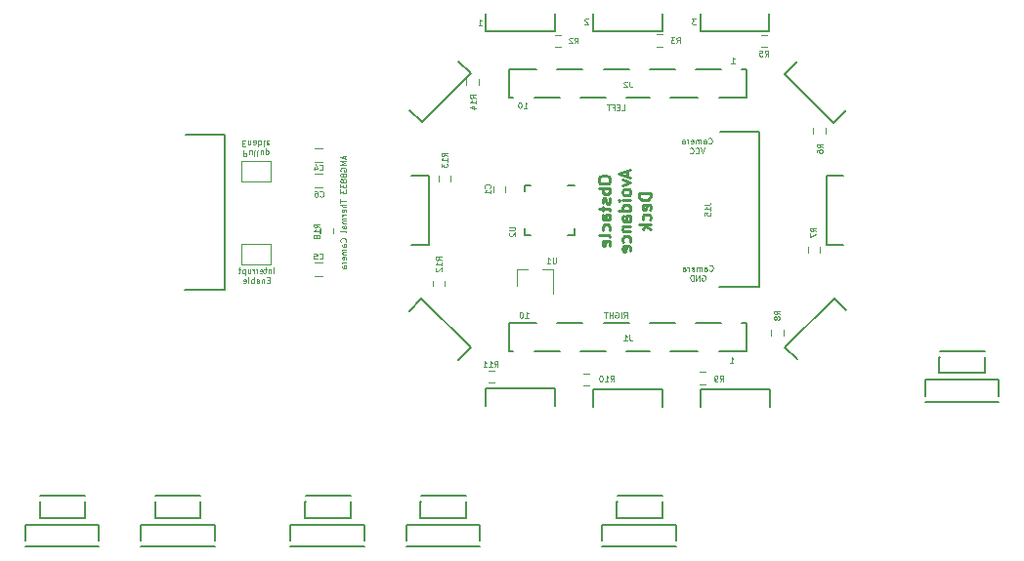
<source format=gbo>
G04 #@! TF.FileFunction,Legend,Bot*
%FSLAX46Y46*%
G04 Gerber Fmt 4.6, Leading zero omitted, Abs format (unit mm)*
G04 Created by KiCad (PCBNEW 4.0.7-e2-6376~58~ubuntu16.04.1) date Fri Aug  3 14:44:38 2018*
%MOMM*%
%LPD*%
G01*
G04 APERTURE LIST*
%ADD10C,0.100000*%
%ADD11C,0.125000*%
%ADD12C,0.250000*%
%ADD13C,0.200000*%
%ADD14C,0.150000*%
%ADD15C,0.120000*%
G04 APERTURE END LIST*
D10*
D11*
X114458333Y-92305954D02*
X114458333Y-92544049D01*
X114601190Y-92258335D02*
X114101190Y-92425002D01*
X114601190Y-92591668D01*
X114601190Y-92758335D02*
X114101190Y-92758335D01*
X114458333Y-92925001D01*
X114101190Y-93091668D01*
X114601190Y-93091668D01*
X114125000Y-93591668D02*
X114101190Y-93544049D01*
X114101190Y-93472621D01*
X114125000Y-93401192D01*
X114172619Y-93353573D01*
X114220238Y-93329764D01*
X114315476Y-93305954D01*
X114386905Y-93305954D01*
X114482143Y-93329764D01*
X114529762Y-93353573D01*
X114577381Y-93401192D01*
X114601190Y-93472621D01*
X114601190Y-93520240D01*
X114577381Y-93591668D01*
X114553571Y-93615478D01*
X114386905Y-93615478D01*
X114386905Y-93520240D01*
X114315476Y-93901192D02*
X114291667Y-93853573D01*
X114267857Y-93829764D01*
X114220238Y-93805954D01*
X114196429Y-93805954D01*
X114148810Y-93829764D01*
X114125000Y-93853573D01*
X114101190Y-93901192D01*
X114101190Y-93996430D01*
X114125000Y-94044049D01*
X114148810Y-94067859D01*
X114196429Y-94091668D01*
X114220238Y-94091668D01*
X114267857Y-94067859D01*
X114291667Y-94044049D01*
X114315476Y-93996430D01*
X114315476Y-93901192D01*
X114339286Y-93853573D01*
X114363095Y-93829764D01*
X114410714Y-93805954D01*
X114505952Y-93805954D01*
X114553571Y-93829764D01*
X114577381Y-93853573D01*
X114601190Y-93901192D01*
X114601190Y-93996430D01*
X114577381Y-94044049D01*
X114553571Y-94067859D01*
X114505952Y-94091668D01*
X114410714Y-94091668D01*
X114363095Y-94067859D01*
X114339286Y-94044049D01*
X114315476Y-93996430D01*
X114315476Y-94377382D02*
X114291667Y-94329763D01*
X114267857Y-94305954D01*
X114220238Y-94282144D01*
X114196429Y-94282144D01*
X114148810Y-94305954D01*
X114125000Y-94329763D01*
X114101190Y-94377382D01*
X114101190Y-94472620D01*
X114125000Y-94520239D01*
X114148810Y-94544049D01*
X114196429Y-94567858D01*
X114220238Y-94567858D01*
X114267857Y-94544049D01*
X114291667Y-94520239D01*
X114315476Y-94472620D01*
X114315476Y-94377382D01*
X114339286Y-94329763D01*
X114363095Y-94305954D01*
X114410714Y-94282144D01*
X114505952Y-94282144D01*
X114553571Y-94305954D01*
X114577381Y-94329763D01*
X114601190Y-94377382D01*
X114601190Y-94472620D01*
X114577381Y-94520239D01*
X114553571Y-94544049D01*
X114505952Y-94567858D01*
X114410714Y-94567858D01*
X114363095Y-94544049D01*
X114339286Y-94520239D01*
X114315476Y-94472620D01*
X114101190Y-94734525D02*
X114101190Y-95044048D01*
X114291667Y-94877382D01*
X114291667Y-94948810D01*
X114315476Y-94996429D01*
X114339286Y-95020239D01*
X114386905Y-95044048D01*
X114505952Y-95044048D01*
X114553571Y-95020239D01*
X114577381Y-94996429D01*
X114601190Y-94948810D01*
X114601190Y-94805953D01*
X114577381Y-94758334D01*
X114553571Y-94734525D01*
X114101190Y-95210715D02*
X114101190Y-95520238D01*
X114291667Y-95353572D01*
X114291667Y-95425000D01*
X114315476Y-95472619D01*
X114339286Y-95496429D01*
X114386905Y-95520238D01*
X114505952Y-95520238D01*
X114553571Y-95496429D01*
X114577381Y-95472619D01*
X114601190Y-95425000D01*
X114601190Y-95282143D01*
X114577381Y-95234524D01*
X114553571Y-95210715D01*
X114101190Y-96044047D02*
X114101190Y-96329761D01*
X114601190Y-96186904D02*
X114101190Y-96186904D01*
X114601190Y-96496428D02*
X114101190Y-96496428D01*
X114601190Y-96710713D02*
X114339286Y-96710713D01*
X114291667Y-96686904D01*
X114267857Y-96639285D01*
X114267857Y-96567856D01*
X114291667Y-96520237D01*
X114315476Y-96496428D01*
X114577381Y-97139285D02*
X114601190Y-97091666D01*
X114601190Y-96996428D01*
X114577381Y-96948809D01*
X114529762Y-96924999D01*
X114339286Y-96924999D01*
X114291667Y-96948809D01*
X114267857Y-96996428D01*
X114267857Y-97091666D01*
X114291667Y-97139285D01*
X114339286Y-97163094D01*
X114386905Y-97163094D01*
X114434524Y-96924999D01*
X114601190Y-97377380D02*
X114267857Y-97377380D01*
X114363095Y-97377380D02*
X114315476Y-97401189D01*
X114291667Y-97424999D01*
X114267857Y-97472618D01*
X114267857Y-97520237D01*
X114601190Y-97686904D02*
X114267857Y-97686904D01*
X114315476Y-97686904D02*
X114291667Y-97710713D01*
X114267857Y-97758332D01*
X114267857Y-97829761D01*
X114291667Y-97877380D01*
X114339286Y-97901189D01*
X114601190Y-97901189D01*
X114339286Y-97901189D02*
X114291667Y-97924999D01*
X114267857Y-97972618D01*
X114267857Y-98044046D01*
X114291667Y-98091666D01*
X114339286Y-98115475D01*
X114601190Y-98115475D01*
X114601190Y-98567856D02*
X114339286Y-98567856D01*
X114291667Y-98544047D01*
X114267857Y-98496428D01*
X114267857Y-98401190D01*
X114291667Y-98353571D01*
X114577381Y-98567856D02*
X114601190Y-98520237D01*
X114601190Y-98401190D01*
X114577381Y-98353571D01*
X114529762Y-98329761D01*
X114482143Y-98329761D01*
X114434524Y-98353571D01*
X114410714Y-98401190D01*
X114410714Y-98520237D01*
X114386905Y-98567856D01*
X114601190Y-98877380D02*
X114577381Y-98829761D01*
X114529762Y-98805952D01*
X114101190Y-98805952D01*
X114553571Y-99734523D02*
X114577381Y-99710713D01*
X114601190Y-99639285D01*
X114601190Y-99591666D01*
X114577381Y-99520237D01*
X114529762Y-99472618D01*
X114482143Y-99448809D01*
X114386905Y-99424999D01*
X114315476Y-99424999D01*
X114220238Y-99448809D01*
X114172619Y-99472618D01*
X114125000Y-99520237D01*
X114101190Y-99591666D01*
X114101190Y-99639285D01*
X114125000Y-99710713D01*
X114148810Y-99734523D01*
X114601190Y-100163094D02*
X114339286Y-100163094D01*
X114291667Y-100139285D01*
X114267857Y-100091666D01*
X114267857Y-99996428D01*
X114291667Y-99948809D01*
X114577381Y-100163094D02*
X114601190Y-100115475D01*
X114601190Y-99996428D01*
X114577381Y-99948809D01*
X114529762Y-99924999D01*
X114482143Y-99924999D01*
X114434524Y-99948809D01*
X114410714Y-99996428D01*
X114410714Y-100115475D01*
X114386905Y-100163094D01*
X114601190Y-100401190D02*
X114267857Y-100401190D01*
X114315476Y-100401190D02*
X114291667Y-100424999D01*
X114267857Y-100472618D01*
X114267857Y-100544047D01*
X114291667Y-100591666D01*
X114339286Y-100615475D01*
X114601190Y-100615475D01*
X114339286Y-100615475D02*
X114291667Y-100639285D01*
X114267857Y-100686904D01*
X114267857Y-100758332D01*
X114291667Y-100805952D01*
X114339286Y-100829761D01*
X114601190Y-100829761D01*
X114577381Y-101258333D02*
X114601190Y-101210714D01*
X114601190Y-101115476D01*
X114577381Y-101067857D01*
X114529762Y-101044047D01*
X114339286Y-101044047D01*
X114291667Y-101067857D01*
X114267857Y-101115476D01*
X114267857Y-101210714D01*
X114291667Y-101258333D01*
X114339286Y-101282142D01*
X114386905Y-101282142D01*
X114434524Y-101044047D01*
X114601190Y-101496428D02*
X114267857Y-101496428D01*
X114363095Y-101496428D02*
X114315476Y-101520237D01*
X114291667Y-101544047D01*
X114267857Y-101591666D01*
X114267857Y-101639285D01*
X114601190Y-102020237D02*
X114339286Y-102020237D01*
X114291667Y-101996428D01*
X114267857Y-101948809D01*
X114267857Y-101853571D01*
X114291667Y-101805952D01*
X114577381Y-102020237D02*
X114601190Y-101972618D01*
X114601190Y-101853571D01*
X114577381Y-101805952D01*
X114529762Y-101782142D01*
X114482143Y-101782142D01*
X114434524Y-101805952D01*
X114410714Y-101853571D01*
X114410714Y-101972618D01*
X114386905Y-102020237D01*
D10*
X105703572Y-91798810D02*
X105703572Y-92298810D01*
X105894048Y-92298810D01*
X105941667Y-92275000D01*
X105965476Y-92251190D01*
X105989286Y-92203571D01*
X105989286Y-92132143D01*
X105965476Y-92084524D01*
X105941667Y-92060714D01*
X105894048Y-92036905D01*
X105703572Y-92036905D01*
X106417857Y-92132143D02*
X106417857Y-91798810D01*
X106203572Y-92132143D02*
X106203572Y-91870238D01*
X106227381Y-91822619D01*
X106275000Y-91798810D01*
X106346429Y-91798810D01*
X106394048Y-91822619D01*
X106417857Y-91846429D01*
X106727381Y-91798810D02*
X106679762Y-91822619D01*
X106655953Y-91870238D01*
X106655953Y-92298810D01*
X106989286Y-91798810D02*
X106941667Y-91822619D01*
X106917858Y-91870238D01*
X106917858Y-92298810D01*
X107394048Y-92132143D02*
X107394048Y-91798810D01*
X107179763Y-92132143D02*
X107179763Y-91870238D01*
X107203572Y-91822619D01*
X107251191Y-91798810D01*
X107322620Y-91798810D01*
X107370239Y-91822619D01*
X107394048Y-91846429D01*
X107632144Y-92132143D02*
X107632144Y-91632143D01*
X107632144Y-92108333D02*
X107679763Y-92132143D01*
X107775001Y-92132143D01*
X107822620Y-92108333D01*
X107846429Y-92084524D01*
X107870239Y-92036905D01*
X107870239Y-91894048D01*
X107846429Y-91846429D01*
X107822620Y-91822619D01*
X107775001Y-91798810D01*
X107679763Y-91798810D01*
X107632144Y-91822619D01*
X105644048Y-91210714D02*
X105810714Y-91210714D01*
X105882143Y-90948810D02*
X105644048Y-90948810D01*
X105644048Y-91448810D01*
X105882143Y-91448810D01*
X106096429Y-91282143D02*
X106096429Y-90948810D01*
X106096429Y-91234524D02*
X106120238Y-91258333D01*
X106167857Y-91282143D01*
X106239286Y-91282143D01*
X106286905Y-91258333D01*
X106310714Y-91210714D01*
X106310714Y-90948810D01*
X106763095Y-90948810D02*
X106763095Y-91210714D01*
X106739286Y-91258333D01*
X106691667Y-91282143D01*
X106596429Y-91282143D01*
X106548810Y-91258333D01*
X106763095Y-90972619D02*
X106715476Y-90948810D01*
X106596429Y-90948810D01*
X106548810Y-90972619D01*
X106525000Y-91020238D01*
X106525000Y-91067857D01*
X106548810Y-91115476D01*
X106596429Y-91139286D01*
X106715476Y-91139286D01*
X106763095Y-91163095D01*
X107001191Y-90948810D02*
X107001191Y-91448810D01*
X107001191Y-91258333D02*
X107048810Y-91282143D01*
X107144048Y-91282143D01*
X107191667Y-91258333D01*
X107215476Y-91234524D01*
X107239286Y-91186905D01*
X107239286Y-91044048D01*
X107215476Y-90996429D01*
X107191667Y-90972619D01*
X107144048Y-90948810D01*
X107048810Y-90948810D01*
X107001191Y-90972619D01*
X107525000Y-90948810D02*
X107477381Y-90972619D01*
X107453572Y-91020238D01*
X107453572Y-91448810D01*
X107905953Y-90972619D02*
X107858334Y-90948810D01*
X107763096Y-90948810D01*
X107715477Y-90972619D01*
X107691667Y-91020238D01*
X107691667Y-91210714D01*
X107715477Y-91258333D01*
X107763096Y-91282143D01*
X107858334Y-91282143D01*
X107905953Y-91258333D01*
X107929762Y-91210714D01*
X107929762Y-91163095D01*
X107691667Y-91115476D01*
X108313094Y-102476190D02*
X108313094Y-101976190D01*
X108074999Y-102142857D02*
X108074999Y-102476190D01*
X108074999Y-102190476D02*
X108051190Y-102166667D01*
X108003571Y-102142857D01*
X107932142Y-102142857D01*
X107884523Y-102166667D01*
X107860714Y-102214286D01*
X107860714Y-102476190D01*
X107694047Y-102142857D02*
X107503571Y-102142857D01*
X107622618Y-101976190D02*
X107622618Y-102404762D01*
X107598809Y-102452381D01*
X107551190Y-102476190D01*
X107503571Y-102476190D01*
X107146428Y-102452381D02*
X107194047Y-102476190D01*
X107289285Y-102476190D01*
X107336904Y-102452381D01*
X107360714Y-102404762D01*
X107360714Y-102214286D01*
X107336904Y-102166667D01*
X107289285Y-102142857D01*
X107194047Y-102142857D01*
X107146428Y-102166667D01*
X107122619Y-102214286D01*
X107122619Y-102261905D01*
X107360714Y-102309524D01*
X106908333Y-102476190D02*
X106908333Y-102142857D01*
X106908333Y-102238095D02*
X106884524Y-102190476D01*
X106860714Y-102166667D01*
X106813095Y-102142857D01*
X106765476Y-102142857D01*
X106598809Y-102476190D02*
X106598809Y-102142857D01*
X106598809Y-102238095D02*
X106575000Y-102190476D01*
X106551190Y-102166667D01*
X106503571Y-102142857D01*
X106455952Y-102142857D01*
X106075000Y-102142857D02*
X106075000Y-102476190D01*
X106289285Y-102142857D02*
X106289285Y-102404762D01*
X106265476Y-102452381D01*
X106217857Y-102476190D01*
X106146428Y-102476190D01*
X106098809Y-102452381D01*
X106075000Y-102428571D01*
X105836904Y-102142857D02*
X105836904Y-102642857D01*
X105836904Y-102166667D02*
X105789285Y-102142857D01*
X105694047Y-102142857D01*
X105646428Y-102166667D01*
X105622619Y-102190476D01*
X105598809Y-102238095D01*
X105598809Y-102380952D01*
X105622619Y-102428571D01*
X105646428Y-102452381D01*
X105694047Y-102476190D01*
X105789285Y-102476190D01*
X105836904Y-102452381D01*
X105455952Y-102142857D02*
X105265476Y-102142857D01*
X105384523Y-101976190D02*
X105384523Y-102404762D01*
X105360714Y-102452381D01*
X105313095Y-102476190D01*
X105265476Y-102476190D01*
X107955952Y-103064286D02*
X107789286Y-103064286D01*
X107717857Y-103326190D02*
X107955952Y-103326190D01*
X107955952Y-102826190D01*
X107717857Y-102826190D01*
X107503571Y-102992857D02*
X107503571Y-103326190D01*
X107503571Y-103040476D02*
X107479762Y-103016667D01*
X107432143Y-102992857D01*
X107360714Y-102992857D01*
X107313095Y-103016667D01*
X107289286Y-103064286D01*
X107289286Y-103326190D01*
X106836905Y-103326190D02*
X106836905Y-103064286D01*
X106860714Y-103016667D01*
X106908333Y-102992857D01*
X107003571Y-102992857D01*
X107051190Y-103016667D01*
X106836905Y-103302381D02*
X106884524Y-103326190D01*
X107003571Y-103326190D01*
X107051190Y-103302381D01*
X107075000Y-103254762D01*
X107075000Y-103207143D01*
X107051190Y-103159524D01*
X107003571Y-103135714D01*
X106884524Y-103135714D01*
X106836905Y-103111905D01*
X106598809Y-103326190D02*
X106598809Y-102826190D01*
X106598809Y-103016667D02*
X106551190Y-102992857D01*
X106455952Y-102992857D01*
X106408333Y-103016667D01*
X106384524Y-103040476D01*
X106360714Y-103088095D01*
X106360714Y-103230952D01*
X106384524Y-103278571D01*
X106408333Y-103302381D01*
X106455952Y-103326190D01*
X106551190Y-103326190D01*
X106598809Y-103302381D01*
X106075000Y-103326190D02*
X106122619Y-103302381D01*
X106146428Y-103254762D01*
X106146428Y-102826190D01*
X105694047Y-103302381D02*
X105741666Y-103326190D01*
X105836904Y-103326190D01*
X105884523Y-103302381D01*
X105908333Y-103254762D01*
X105908333Y-103064286D01*
X105884523Y-103016667D01*
X105836904Y-102992857D01*
X105741666Y-102992857D01*
X105694047Y-103016667D01*
X105670238Y-103064286D01*
X105670238Y-103111905D01*
X105908333Y-103159524D01*
D11*
X144891666Y-80376190D02*
X144582143Y-80376190D01*
X144748809Y-80566667D01*
X144677381Y-80566667D01*
X144629762Y-80590476D01*
X144605952Y-80614286D01*
X144582143Y-80661905D01*
X144582143Y-80780952D01*
X144605952Y-80828571D01*
X144629762Y-80852381D01*
X144677381Y-80876190D01*
X144820238Y-80876190D01*
X144867857Y-80852381D01*
X144891666Y-80828571D01*
X135567857Y-80398810D02*
X135544047Y-80375000D01*
X135496428Y-80351190D01*
X135377381Y-80351190D01*
X135329762Y-80375000D01*
X135305952Y-80398810D01*
X135282143Y-80446429D01*
X135282143Y-80494048D01*
X135305952Y-80565476D01*
X135591666Y-80851190D01*
X135282143Y-80851190D01*
X126082143Y-80926190D02*
X126367857Y-80926190D01*
X126225000Y-80926190D02*
X126225000Y-80426190D01*
X126272619Y-80497619D01*
X126320238Y-80545238D01*
X126367857Y-80569048D01*
D12*
X136477381Y-94265475D02*
X136477381Y-94455952D01*
X136525000Y-94551190D01*
X136620238Y-94646428D01*
X136810714Y-94694047D01*
X137144048Y-94694047D01*
X137334524Y-94646428D01*
X137429762Y-94551190D01*
X137477381Y-94455952D01*
X137477381Y-94265475D01*
X137429762Y-94170237D01*
X137334524Y-94074999D01*
X137144048Y-94027380D01*
X136810714Y-94027380D01*
X136620238Y-94074999D01*
X136525000Y-94170237D01*
X136477381Y-94265475D01*
X137477381Y-95122618D02*
X136477381Y-95122618D01*
X136858333Y-95122618D02*
X136810714Y-95217856D01*
X136810714Y-95408333D01*
X136858333Y-95503571D01*
X136905952Y-95551190D01*
X137001190Y-95598809D01*
X137286905Y-95598809D01*
X137382143Y-95551190D01*
X137429762Y-95503571D01*
X137477381Y-95408333D01*
X137477381Y-95217856D01*
X137429762Y-95122618D01*
X137429762Y-95979761D02*
X137477381Y-96074999D01*
X137477381Y-96265475D01*
X137429762Y-96360714D01*
X137334524Y-96408333D01*
X137286905Y-96408333D01*
X137191667Y-96360714D01*
X137144048Y-96265475D01*
X137144048Y-96122618D01*
X137096429Y-96027380D01*
X137001190Y-95979761D01*
X136953571Y-95979761D01*
X136858333Y-96027380D01*
X136810714Y-96122618D01*
X136810714Y-96265475D01*
X136858333Y-96360714D01*
X136810714Y-96694047D02*
X136810714Y-97074999D01*
X136477381Y-96836904D02*
X137334524Y-96836904D01*
X137429762Y-96884523D01*
X137477381Y-96979761D01*
X137477381Y-97074999D01*
X137477381Y-97836905D02*
X136953571Y-97836905D01*
X136858333Y-97789286D01*
X136810714Y-97694048D01*
X136810714Y-97503571D01*
X136858333Y-97408333D01*
X137429762Y-97836905D02*
X137477381Y-97741667D01*
X137477381Y-97503571D01*
X137429762Y-97408333D01*
X137334524Y-97360714D01*
X137239286Y-97360714D01*
X137144048Y-97408333D01*
X137096429Y-97503571D01*
X137096429Y-97741667D01*
X137048810Y-97836905D01*
X137429762Y-98741667D02*
X137477381Y-98646429D01*
X137477381Y-98455952D01*
X137429762Y-98360714D01*
X137382143Y-98313095D01*
X137286905Y-98265476D01*
X137001190Y-98265476D01*
X136905952Y-98313095D01*
X136858333Y-98360714D01*
X136810714Y-98455952D01*
X136810714Y-98646429D01*
X136858333Y-98741667D01*
X137477381Y-99313095D02*
X137429762Y-99217857D01*
X137334524Y-99170238D01*
X136477381Y-99170238D01*
X137429762Y-100075001D02*
X137477381Y-99979763D01*
X137477381Y-99789286D01*
X137429762Y-99694048D01*
X137334524Y-99646429D01*
X136953571Y-99646429D01*
X136858333Y-99694048D01*
X136810714Y-99789286D01*
X136810714Y-99979763D01*
X136858333Y-100075001D01*
X136953571Y-100122620D01*
X137048810Y-100122620D01*
X137144048Y-99646429D01*
X138941667Y-93551190D02*
X138941667Y-94027381D01*
X139227381Y-93455952D02*
X138227381Y-93789285D01*
X139227381Y-94122619D01*
X138560714Y-94360714D02*
X139227381Y-94598809D01*
X138560714Y-94836905D01*
X139227381Y-95360714D02*
X139179762Y-95265476D01*
X139132143Y-95217857D01*
X139036905Y-95170238D01*
X138751190Y-95170238D01*
X138655952Y-95217857D01*
X138608333Y-95265476D01*
X138560714Y-95360714D01*
X138560714Y-95503572D01*
X138608333Y-95598810D01*
X138655952Y-95646429D01*
X138751190Y-95694048D01*
X139036905Y-95694048D01*
X139132143Y-95646429D01*
X139179762Y-95598810D01*
X139227381Y-95503572D01*
X139227381Y-95360714D01*
X139227381Y-96122619D02*
X138560714Y-96122619D01*
X138227381Y-96122619D02*
X138275000Y-96075000D01*
X138322619Y-96122619D01*
X138275000Y-96170238D01*
X138227381Y-96122619D01*
X138322619Y-96122619D01*
X139227381Y-97027381D02*
X138227381Y-97027381D01*
X139179762Y-97027381D02*
X139227381Y-96932143D01*
X139227381Y-96741666D01*
X139179762Y-96646428D01*
X139132143Y-96598809D01*
X139036905Y-96551190D01*
X138751190Y-96551190D01*
X138655952Y-96598809D01*
X138608333Y-96646428D01*
X138560714Y-96741666D01*
X138560714Y-96932143D01*
X138608333Y-97027381D01*
X139227381Y-97932143D02*
X138703571Y-97932143D01*
X138608333Y-97884524D01*
X138560714Y-97789286D01*
X138560714Y-97598809D01*
X138608333Y-97503571D01*
X139179762Y-97932143D02*
X139227381Y-97836905D01*
X139227381Y-97598809D01*
X139179762Y-97503571D01*
X139084524Y-97455952D01*
X138989286Y-97455952D01*
X138894048Y-97503571D01*
X138846429Y-97598809D01*
X138846429Y-97836905D01*
X138798810Y-97932143D01*
X138560714Y-98408333D02*
X139227381Y-98408333D01*
X138655952Y-98408333D02*
X138608333Y-98455952D01*
X138560714Y-98551190D01*
X138560714Y-98694048D01*
X138608333Y-98789286D01*
X138703571Y-98836905D01*
X139227381Y-98836905D01*
X139179762Y-99741667D02*
X139227381Y-99646429D01*
X139227381Y-99455952D01*
X139179762Y-99360714D01*
X139132143Y-99313095D01*
X139036905Y-99265476D01*
X138751190Y-99265476D01*
X138655952Y-99313095D01*
X138608333Y-99360714D01*
X138560714Y-99455952D01*
X138560714Y-99646429D01*
X138608333Y-99741667D01*
X139179762Y-100551191D02*
X139227381Y-100455953D01*
X139227381Y-100265476D01*
X139179762Y-100170238D01*
X139084524Y-100122619D01*
X138703571Y-100122619D01*
X138608333Y-100170238D01*
X138560714Y-100265476D01*
X138560714Y-100455953D01*
X138608333Y-100551191D01*
X138703571Y-100598810D01*
X138798810Y-100598810D01*
X138894048Y-100122619D01*
X140977381Y-95551190D02*
X139977381Y-95551190D01*
X139977381Y-95789285D01*
X140025000Y-95932143D01*
X140120238Y-96027381D01*
X140215476Y-96075000D01*
X140405952Y-96122619D01*
X140548810Y-96122619D01*
X140739286Y-96075000D01*
X140834524Y-96027381D01*
X140929762Y-95932143D01*
X140977381Y-95789285D01*
X140977381Y-95551190D01*
X140929762Y-96932143D02*
X140977381Y-96836905D01*
X140977381Y-96646428D01*
X140929762Y-96551190D01*
X140834524Y-96503571D01*
X140453571Y-96503571D01*
X140358333Y-96551190D01*
X140310714Y-96646428D01*
X140310714Y-96836905D01*
X140358333Y-96932143D01*
X140453571Y-96979762D01*
X140548810Y-96979762D01*
X140644048Y-96503571D01*
X140929762Y-97836905D02*
X140977381Y-97741667D01*
X140977381Y-97551190D01*
X140929762Y-97455952D01*
X140882143Y-97408333D01*
X140786905Y-97360714D01*
X140501190Y-97360714D01*
X140405952Y-97408333D01*
X140358333Y-97455952D01*
X140310714Y-97551190D01*
X140310714Y-97741667D01*
X140358333Y-97836905D01*
X140977381Y-98265476D02*
X139977381Y-98265476D01*
X140596429Y-98360714D02*
X140977381Y-98646429D01*
X140310714Y-98646429D02*
X140691667Y-98265476D01*
D10*
X146000000Y-91178571D02*
X146023810Y-91202381D01*
X146095238Y-91226190D01*
X146142857Y-91226190D01*
X146214286Y-91202381D01*
X146261905Y-91154762D01*
X146285714Y-91107143D01*
X146309524Y-91011905D01*
X146309524Y-90940476D01*
X146285714Y-90845238D01*
X146261905Y-90797619D01*
X146214286Y-90750000D01*
X146142857Y-90726190D01*
X146095238Y-90726190D01*
X146023810Y-90750000D01*
X146000000Y-90773810D01*
X145571429Y-91226190D02*
X145571429Y-90964286D01*
X145595238Y-90916667D01*
X145642857Y-90892857D01*
X145738095Y-90892857D01*
X145785714Y-90916667D01*
X145571429Y-91202381D02*
X145619048Y-91226190D01*
X145738095Y-91226190D01*
X145785714Y-91202381D01*
X145809524Y-91154762D01*
X145809524Y-91107143D01*
X145785714Y-91059524D01*
X145738095Y-91035714D01*
X145619048Y-91035714D01*
X145571429Y-91011905D01*
X145333333Y-91226190D02*
X145333333Y-90892857D01*
X145333333Y-90940476D02*
X145309524Y-90916667D01*
X145261905Y-90892857D01*
X145190476Y-90892857D01*
X145142857Y-90916667D01*
X145119048Y-90964286D01*
X145119048Y-91226190D01*
X145119048Y-90964286D02*
X145095238Y-90916667D01*
X145047619Y-90892857D01*
X144976191Y-90892857D01*
X144928571Y-90916667D01*
X144904762Y-90964286D01*
X144904762Y-91226190D01*
X144476190Y-91202381D02*
X144523809Y-91226190D01*
X144619047Y-91226190D01*
X144666666Y-91202381D01*
X144690476Y-91154762D01*
X144690476Y-90964286D01*
X144666666Y-90916667D01*
X144619047Y-90892857D01*
X144523809Y-90892857D01*
X144476190Y-90916667D01*
X144452381Y-90964286D01*
X144452381Y-91011905D01*
X144690476Y-91059524D01*
X144238095Y-91226190D02*
X144238095Y-90892857D01*
X144238095Y-90988095D02*
X144214286Y-90940476D01*
X144190476Y-90916667D01*
X144142857Y-90892857D01*
X144095238Y-90892857D01*
X143714286Y-91226190D02*
X143714286Y-90964286D01*
X143738095Y-90916667D01*
X143785714Y-90892857D01*
X143880952Y-90892857D01*
X143928571Y-90916667D01*
X143714286Y-91202381D02*
X143761905Y-91226190D01*
X143880952Y-91226190D01*
X143928571Y-91202381D01*
X143952381Y-91154762D01*
X143952381Y-91107143D01*
X143928571Y-91059524D01*
X143880952Y-91035714D01*
X143761905Y-91035714D01*
X143714286Y-91011905D01*
X145666666Y-91576190D02*
X145499999Y-92076190D01*
X145333333Y-91576190D01*
X144880952Y-92028571D02*
X144904762Y-92052381D01*
X144976190Y-92076190D01*
X145023809Y-92076190D01*
X145095238Y-92052381D01*
X145142857Y-92004762D01*
X145166666Y-91957143D01*
X145190476Y-91861905D01*
X145190476Y-91790476D01*
X145166666Y-91695238D01*
X145142857Y-91647619D01*
X145095238Y-91600000D01*
X145023809Y-91576190D01*
X144976190Y-91576190D01*
X144904762Y-91600000D01*
X144880952Y-91623810D01*
X144380952Y-92028571D02*
X144404762Y-92052381D01*
X144476190Y-92076190D01*
X144523809Y-92076190D01*
X144595238Y-92052381D01*
X144642857Y-92004762D01*
X144666666Y-91957143D01*
X144690476Y-91861905D01*
X144690476Y-91790476D01*
X144666666Y-91695238D01*
X144642857Y-91647619D01*
X144595238Y-91600000D01*
X144523809Y-91576190D01*
X144476190Y-91576190D01*
X144404762Y-91600000D01*
X144380952Y-91623810D01*
X146075000Y-102203571D02*
X146098810Y-102227381D01*
X146170238Y-102251190D01*
X146217857Y-102251190D01*
X146289286Y-102227381D01*
X146336905Y-102179762D01*
X146360714Y-102132143D01*
X146384524Y-102036905D01*
X146384524Y-101965476D01*
X146360714Y-101870238D01*
X146336905Y-101822619D01*
X146289286Y-101775000D01*
X146217857Y-101751190D01*
X146170238Y-101751190D01*
X146098810Y-101775000D01*
X146075000Y-101798810D01*
X145646429Y-102251190D02*
X145646429Y-101989286D01*
X145670238Y-101941667D01*
X145717857Y-101917857D01*
X145813095Y-101917857D01*
X145860714Y-101941667D01*
X145646429Y-102227381D02*
X145694048Y-102251190D01*
X145813095Y-102251190D01*
X145860714Y-102227381D01*
X145884524Y-102179762D01*
X145884524Y-102132143D01*
X145860714Y-102084524D01*
X145813095Y-102060714D01*
X145694048Y-102060714D01*
X145646429Y-102036905D01*
X145408333Y-102251190D02*
X145408333Y-101917857D01*
X145408333Y-101965476D02*
X145384524Y-101941667D01*
X145336905Y-101917857D01*
X145265476Y-101917857D01*
X145217857Y-101941667D01*
X145194048Y-101989286D01*
X145194048Y-102251190D01*
X145194048Y-101989286D02*
X145170238Y-101941667D01*
X145122619Y-101917857D01*
X145051191Y-101917857D01*
X145003571Y-101941667D01*
X144979762Y-101989286D01*
X144979762Y-102251190D01*
X144551190Y-102227381D02*
X144598809Y-102251190D01*
X144694047Y-102251190D01*
X144741666Y-102227381D01*
X144765476Y-102179762D01*
X144765476Y-101989286D01*
X144741666Y-101941667D01*
X144694047Y-101917857D01*
X144598809Y-101917857D01*
X144551190Y-101941667D01*
X144527381Y-101989286D01*
X144527381Y-102036905D01*
X144765476Y-102084524D01*
X144313095Y-102251190D02*
X144313095Y-101917857D01*
X144313095Y-102013095D02*
X144289286Y-101965476D01*
X144265476Y-101941667D01*
X144217857Y-101917857D01*
X144170238Y-101917857D01*
X143789286Y-102251190D02*
X143789286Y-101989286D01*
X143813095Y-101941667D01*
X143860714Y-101917857D01*
X143955952Y-101917857D01*
X144003571Y-101941667D01*
X143789286Y-102227381D02*
X143836905Y-102251190D01*
X143955952Y-102251190D01*
X144003571Y-102227381D01*
X144027381Y-102179762D01*
X144027381Y-102132143D01*
X144003571Y-102084524D01*
X143955952Y-102060714D01*
X143836905Y-102060714D01*
X143789286Y-102036905D01*
X145455953Y-102625000D02*
X145503572Y-102601190D01*
X145575000Y-102601190D01*
X145646429Y-102625000D01*
X145694048Y-102672619D01*
X145717857Y-102720238D01*
X145741667Y-102815476D01*
X145741667Y-102886905D01*
X145717857Y-102982143D01*
X145694048Y-103029762D01*
X145646429Y-103077381D01*
X145575000Y-103101190D01*
X145527381Y-103101190D01*
X145455953Y-103077381D01*
X145432143Y-103053571D01*
X145432143Y-102886905D01*
X145527381Y-102886905D01*
X145217857Y-103101190D02*
X145217857Y-102601190D01*
X144932143Y-103101190D01*
X144932143Y-102601190D01*
X144694047Y-103101190D02*
X144694047Y-102601190D01*
X144575000Y-102601190D01*
X144503571Y-102625000D01*
X144455952Y-102672619D01*
X144432143Y-102720238D01*
X144408333Y-102815476D01*
X144408333Y-102886905D01*
X144432143Y-102982143D01*
X144455952Y-103029762D01*
X144503571Y-103077381D01*
X144575000Y-103101190D01*
X144694047Y-103101190D01*
D13*
X131100000Y-84800000D02*
X128700000Y-84800000D01*
X128700000Y-84800000D02*
X128700000Y-87200000D01*
X128700000Y-87200000D02*
X129100000Y-87200000D01*
X135100000Y-84800000D02*
X132900000Y-84800000D01*
X139100000Y-84800000D02*
X136900000Y-84800000D01*
X133100000Y-87200000D02*
X130900000Y-87200000D01*
X137100000Y-87200000D02*
X134900000Y-87200000D01*
X140900000Y-87200000D02*
X138900000Y-87200000D01*
X143100000Y-84800000D02*
X140900000Y-84800000D01*
X145100000Y-87200000D02*
X142700000Y-87200000D01*
X147100000Y-84800000D02*
X144900000Y-84800000D01*
X149300000Y-84800000D02*
X148900000Y-84800000D01*
X149300000Y-84800000D02*
X149300000Y-87200000D01*
X149300000Y-87200000D02*
X146900000Y-87200000D01*
D14*
X132730000Y-79940000D02*
X132730000Y-81440000D01*
X132730000Y-81440000D02*
X126730000Y-81440000D01*
X126730000Y-81440000D02*
X126730000Y-79940000D01*
X142010000Y-79970000D02*
X142010000Y-81470000D01*
X142010000Y-81470000D02*
X136010000Y-81470000D01*
X136010000Y-81470000D02*
X136010000Y-79970000D01*
X151280000Y-79950000D02*
X151280000Y-81450000D01*
X151280000Y-81450000D02*
X145280000Y-81450000D01*
X145280000Y-81450000D02*
X145280000Y-79950000D01*
X145290000Y-114050000D02*
X145290000Y-112550000D01*
X145290000Y-112550000D02*
X151290000Y-112550000D01*
X151290000Y-112550000D02*
X151290000Y-114050000D01*
X126720000Y-113990000D02*
X126720000Y-112490000D01*
X126720000Y-112490000D02*
X132720000Y-112490000D01*
X132720000Y-112490000D02*
X132720000Y-113990000D01*
X130060000Y-94830000D02*
X130060000Y-95355000D01*
X134360000Y-99130000D02*
X134360000Y-98605000D01*
X130060000Y-99130000D02*
X130060000Y-98605000D01*
X134360000Y-94830000D02*
X133835000Y-94830000D01*
X134360000Y-99130000D02*
X133835000Y-99130000D01*
X130060000Y-99130000D02*
X130585000Y-99130000D01*
X130060000Y-94830000D02*
X130585000Y-94830000D01*
X157915584Y-88327056D02*
X156854924Y-89387716D01*
X156854924Y-89387716D02*
X152612284Y-85145076D01*
X152612284Y-85145076D02*
X153672944Y-84084416D01*
X157720000Y-100000000D02*
X156220000Y-100000000D01*
X156220000Y-100000000D02*
X156220000Y-94000000D01*
X156220000Y-94000000D02*
X157720000Y-94000000D01*
X120260000Y-94010000D02*
X121760000Y-94010000D01*
X121760000Y-94010000D02*
X121760000Y-100010000D01*
X121760000Y-100010000D02*
X120260000Y-100010000D01*
X136000000Y-114050000D02*
X136000000Y-112550000D01*
X136000000Y-112550000D02*
X142000000Y-112550000D01*
X142000000Y-112550000D02*
X142000000Y-114050000D01*
X120084416Y-105732944D02*
X121145076Y-104672284D01*
X121145076Y-104672284D02*
X125387716Y-108914924D01*
X125387716Y-108914924D02*
X124327056Y-109975584D01*
X153692944Y-109945584D02*
X152632284Y-108884924D01*
X152632284Y-108884924D02*
X156874924Y-104642284D01*
X156874924Y-104642284D02*
X157935584Y-105702944D01*
X124347056Y-84074416D02*
X125407716Y-85135076D01*
X125407716Y-85135076D02*
X121165076Y-89377716D01*
X121165076Y-89377716D02*
X120104416Y-88317056D01*
D15*
X129360000Y-102100000D02*
X130290000Y-102100000D01*
X132520000Y-102100000D02*
X131590000Y-102100000D01*
X132520000Y-102100000D02*
X132520000Y-104260000D01*
X129360000Y-102100000D02*
X129360000Y-103560000D01*
X127410000Y-95420000D02*
X127410000Y-94920000D01*
X128350000Y-94920000D02*
X128350000Y-95420000D01*
X132670000Y-81760000D02*
X133170000Y-81760000D01*
X133170000Y-82820000D02*
X132670000Y-82820000D01*
X141475000Y-81745000D02*
X141975000Y-81745000D01*
X141975000Y-82805000D02*
X141475000Y-82805000D01*
X150575000Y-81795000D02*
X151075000Y-81795000D01*
X151075000Y-82855000D02*
X150575000Y-82855000D01*
X156155000Y-89850000D02*
X156155000Y-90350000D01*
X155095000Y-90350000D02*
X155095000Y-89850000D01*
X155655000Y-100175000D02*
X155655000Y-100675000D01*
X154595000Y-100675000D02*
X154595000Y-100175000D01*
X152505000Y-107350000D02*
X152505000Y-107850000D01*
X151445000Y-107850000D02*
X151445000Y-107350000D01*
X145775000Y-112105000D02*
X145275000Y-112105000D01*
X145275000Y-111045000D02*
X145775000Y-111045000D01*
X135700000Y-112205000D02*
X135200000Y-112205000D01*
X135200000Y-111145000D02*
X135700000Y-111145000D01*
X127425000Y-111955000D02*
X126925000Y-111955000D01*
X126925000Y-110895000D02*
X127425000Y-110895000D01*
X122095000Y-103600000D02*
X122095000Y-103100000D01*
X123155000Y-103100000D02*
X123155000Y-103600000D01*
X122620000Y-94500000D02*
X122620000Y-94000000D01*
X123680000Y-94000000D02*
X123680000Y-94500000D01*
X125020000Y-86150000D02*
X125020000Y-85650000D01*
X126080000Y-85650000D02*
X126080000Y-86150000D01*
D13*
X131100000Y-106800000D02*
X128700000Y-106800000D01*
X128700000Y-106800000D02*
X128700000Y-109200000D01*
X128700000Y-109200000D02*
X129100000Y-109200000D01*
X135100000Y-106800000D02*
X132900000Y-106800000D01*
X139100000Y-106800000D02*
X136900000Y-106800000D01*
X133100000Y-109200000D02*
X130900000Y-109200000D01*
X137100000Y-109200000D02*
X134900000Y-109200000D01*
X140900000Y-109200000D02*
X138900000Y-109200000D01*
X143100000Y-106800000D02*
X140900000Y-106800000D01*
X145100000Y-109200000D02*
X142700000Y-109200000D01*
X147100000Y-106800000D02*
X144900000Y-106800000D01*
X149300000Y-106800000D02*
X148900000Y-106800000D01*
X149300000Y-106800000D02*
X149300000Y-109200000D01*
X149300000Y-109200000D02*
X146900000Y-109200000D01*
D14*
X147000000Y-90175000D02*
X150400000Y-90175000D01*
X150400000Y-90175000D02*
X150400000Y-103575000D01*
X150400000Y-103575000D02*
X150400000Y-103675000D01*
X150400000Y-103675000D02*
X146900000Y-103675000D01*
D15*
X112550000Y-91625000D02*
X111850000Y-91625000D01*
X111850000Y-92825000D02*
X112550000Y-92825000D01*
X112550000Y-101500000D02*
X111850000Y-101500000D01*
X111850000Y-102700000D02*
X112550000Y-102700000D01*
X112550000Y-93825000D02*
X111850000Y-93825000D01*
X111850000Y-95025000D02*
X112550000Y-95025000D01*
X105555000Y-92735000D02*
X108095000Y-92735000D01*
X108095000Y-94515000D02*
X105555000Y-94515000D01*
X108095000Y-94515000D02*
X108095000Y-92735000D01*
X105555000Y-92735000D02*
X105555000Y-94515000D01*
X108095000Y-101665000D02*
X105555000Y-101665000D01*
X105555000Y-99885000D02*
X108095000Y-99885000D01*
X105555000Y-99885000D02*
X105555000Y-101665000D01*
X108095000Y-101665000D02*
X108095000Y-99885000D01*
D14*
X100700000Y-90400000D02*
X104100000Y-90400000D01*
X104100000Y-90400000D02*
X104100000Y-103800000D01*
X104100000Y-103800000D02*
X104100000Y-103900000D01*
X104100000Y-103900000D02*
X100600000Y-103900000D01*
D15*
X113480000Y-98525000D02*
X113480000Y-99025000D01*
X112420000Y-99025000D02*
X112420000Y-98525000D01*
D14*
X169950000Y-110925000D02*
X169950000Y-109775000D01*
X169950000Y-109775000D02*
X169950000Y-109725000D01*
X169950000Y-109225000D02*
X166050000Y-109225000D01*
X166050000Y-109725000D02*
X166000000Y-109725000D01*
X166000000Y-109725000D02*
X166000000Y-110875000D01*
X166000000Y-110875000D02*
X166000000Y-111075000D01*
X166000000Y-111075000D02*
X166000000Y-111125000D01*
X166000000Y-111125000D02*
X169950000Y-111125000D01*
X169950000Y-111125000D02*
X169950000Y-110925000D01*
X171150000Y-112925000D02*
X171150000Y-111775000D01*
X171150000Y-111775000D02*
X171150000Y-111725000D01*
X171150000Y-111725000D02*
X164800000Y-111725000D01*
X164800000Y-111725000D02*
X164750000Y-111725000D01*
X164750000Y-111725000D02*
X164750000Y-113075000D01*
X164750000Y-113075000D02*
X164750000Y-113125000D01*
X164750000Y-113625000D02*
X171150000Y-113625000D01*
X171150000Y-113125000D02*
X171150000Y-112925000D01*
X102000000Y-123500000D02*
X102000000Y-122350000D01*
X102000000Y-122350000D02*
X102000000Y-122300000D01*
X102000000Y-121800000D02*
X98100000Y-121800000D01*
X98100000Y-122300000D02*
X98050000Y-122300000D01*
X98050000Y-122300000D02*
X98050000Y-123450000D01*
X98050000Y-123450000D02*
X98050000Y-123650000D01*
X98050000Y-123650000D02*
X98050000Y-123700000D01*
X98050000Y-123700000D02*
X102000000Y-123700000D01*
X102000000Y-123700000D02*
X102000000Y-123500000D01*
X103200000Y-125500000D02*
X103200000Y-124350000D01*
X103200000Y-124350000D02*
X103200000Y-124300000D01*
X103200000Y-124300000D02*
X96850000Y-124300000D01*
X96850000Y-124300000D02*
X96800000Y-124300000D01*
X96800000Y-124300000D02*
X96800000Y-125650000D01*
X96800000Y-125650000D02*
X96800000Y-125700000D01*
X96800000Y-126200000D02*
X103200000Y-126200000D01*
X103200000Y-125700000D02*
X103200000Y-125500000D01*
X115000000Y-123500000D02*
X115000000Y-122350000D01*
X115000000Y-122350000D02*
X115000000Y-122300000D01*
X115000000Y-121800000D02*
X111100000Y-121800000D01*
X111100000Y-122300000D02*
X111050000Y-122300000D01*
X111050000Y-122300000D02*
X111050000Y-123450000D01*
X111050000Y-123450000D02*
X111050000Y-123650000D01*
X111050000Y-123650000D02*
X111050000Y-123700000D01*
X111050000Y-123700000D02*
X115000000Y-123700000D01*
X115000000Y-123700000D02*
X115000000Y-123500000D01*
X116200000Y-125500000D02*
X116200000Y-124350000D01*
X116200000Y-124350000D02*
X116200000Y-124300000D01*
X116200000Y-124300000D02*
X109850000Y-124300000D01*
X109850000Y-124300000D02*
X109800000Y-124300000D01*
X109800000Y-124300000D02*
X109800000Y-125650000D01*
X109800000Y-125650000D02*
X109800000Y-125700000D01*
X109800000Y-126200000D02*
X116200000Y-126200000D01*
X116200000Y-125700000D02*
X116200000Y-125500000D01*
X125000000Y-123500000D02*
X125000000Y-122350000D01*
X125000000Y-122350000D02*
X125000000Y-122300000D01*
X125000000Y-121800000D02*
X121100000Y-121800000D01*
X121100000Y-122300000D02*
X121050000Y-122300000D01*
X121050000Y-122300000D02*
X121050000Y-123450000D01*
X121050000Y-123450000D02*
X121050000Y-123650000D01*
X121050000Y-123650000D02*
X121050000Y-123700000D01*
X121050000Y-123700000D02*
X125000000Y-123700000D01*
X125000000Y-123700000D02*
X125000000Y-123500000D01*
X126200000Y-125500000D02*
X126200000Y-124350000D01*
X126200000Y-124350000D02*
X126200000Y-124300000D01*
X126200000Y-124300000D02*
X119850000Y-124300000D01*
X119850000Y-124300000D02*
X119800000Y-124300000D01*
X119800000Y-124300000D02*
X119800000Y-125650000D01*
X119800000Y-125650000D02*
X119800000Y-125700000D01*
X119800000Y-126200000D02*
X126200000Y-126200000D01*
X126200000Y-125700000D02*
X126200000Y-125500000D01*
X92000000Y-123500000D02*
X92000000Y-122350000D01*
X92000000Y-122350000D02*
X92000000Y-122300000D01*
X92000000Y-121800000D02*
X88100000Y-121800000D01*
X88100000Y-122300000D02*
X88050000Y-122300000D01*
X88050000Y-122300000D02*
X88050000Y-123450000D01*
X88050000Y-123450000D02*
X88050000Y-123650000D01*
X88050000Y-123650000D02*
X88050000Y-123700000D01*
X88050000Y-123700000D02*
X92000000Y-123700000D01*
X92000000Y-123700000D02*
X92000000Y-123500000D01*
X93200000Y-125500000D02*
X93200000Y-124350000D01*
X93200000Y-124350000D02*
X93200000Y-124300000D01*
X93200000Y-124300000D02*
X86850000Y-124300000D01*
X86850000Y-124300000D02*
X86800000Y-124300000D01*
X86800000Y-124300000D02*
X86800000Y-125650000D01*
X86800000Y-125650000D02*
X86800000Y-125700000D01*
X86800000Y-126200000D02*
X93200000Y-126200000D01*
X93200000Y-125700000D02*
X93200000Y-125500000D01*
X142000000Y-123500000D02*
X142000000Y-122350000D01*
X142000000Y-122350000D02*
X142000000Y-122300000D01*
X142000000Y-121800000D02*
X138100000Y-121800000D01*
X138100000Y-122300000D02*
X138050000Y-122300000D01*
X138050000Y-122300000D02*
X138050000Y-123450000D01*
X138050000Y-123450000D02*
X138050000Y-123650000D01*
X138050000Y-123650000D02*
X138050000Y-123700000D01*
X138050000Y-123700000D02*
X142000000Y-123700000D01*
X142000000Y-123700000D02*
X142000000Y-123500000D01*
X143200000Y-125500000D02*
X143200000Y-124350000D01*
X143200000Y-124350000D02*
X143200000Y-124300000D01*
X143200000Y-124300000D02*
X136850000Y-124300000D01*
X136850000Y-124300000D02*
X136800000Y-124300000D01*
X136800000Y-124300000D02*
X136800000Y-125650000D01*
X136800000Y-125650000D02*
X136800000Y-125700000D01*
X136800000Y-126200000D02*
X143200000Y-126200000D01*
X143200000Y-125700000D02*
X143200000Y-125500000D01*
D10*
X139166666Y-85826190D02*
X139166666Y-86183333D01*
X139190476Y-86254762D01*
X139238095Y-86302381D01*
X139309523Y-86326190D01*
X139357142Y-86326190D01*
X138952381Y-85873810D02*
X138928571Y-85850000D01*
X138880952Y-85826190D01*
X138761905Y-85826190D01*
X138714286Y-85850000D01*
X138690476Y-85873810D01*
X138666667Y-85921429D01*
X138666667Y-85969048D01*
X138690476Y-86040476D01*
X138976190Y-86326190D01*
X138666667Y-86326190D01*
X138476190Y-88326190D02*
X138714285Y-88326190D01*
X138714285Y-87826190D01*
X138309523Y-88064286D02*
X138142857Y-88064286D01*
X138071428Y-88326190D02*
X138309523Y-88326190D01*
X138309523Y-87826190D01*
X138071428Y-87826190D01*
X137690476Y-88064286D02*
X137857142Y-88064286D01*
X137857142Y-88326190D02*
X137857142Y-87826190D01*
X137619047Y-87826190D01*
X137500000Y-87826190D02*
X137214286Y-87826190D01*
X137357143Y-88326190D02*
X137357143Y-87826190D01*
X129995238Y-88126190D02*
X130280952Y-88126190D01*
X130138095Y-88126190D02*
X130138095Y-87626190D01*
X130185714Y-87697619D01*
X130233333Y-87745238D01*
X130280952Y-87769048D01*
X129685714Y-87626190D02*
X129638095Y-87626190D01*
X129590476Y-87650000D01*
X129566667Y-87673810D01*
X129542857Y-87721429D01*
X129519048Y-87816667D01*
X129519048Y-87935714D01*
X129542857Y-88030952D01*
X129566667Y-88078571D01*
X129590476Y-88102381D01*
X129638095Y-88126190D01*
X129685714Y-88126190D01*
X129733333Y-88102381D01*
X129757143Y-88078571D01*
X129780952Y-88030952D01*
X129804762Y-87935714D01*
X129804762Y-87816667D01*
X129780952Y-87721429D01*
X129757143Y-87673810D01*
X129733333Y-87650000D01*
X129685714Y-87626190D01*
X147957143Y-84226190D02*
X148242857Y-84226190D01*
X148100000Y-84226190D02*
X148100000Y-83726190D01*
X148147619Y-83797619D01*
X148195238Y-83845238D01*
X148242857Y-83869048D01*
X128726190Y-98444048D02*
X129130952Y-98444048D01*
X129178571Y-98467857D01*
X129202381Y-98491667D01*
X129226190Y-98539286D01*
X129226190Y-98634524D01*
X129202381Y-98682143D01*
X129178571Y-98705952D01*
X129130952Y-98729762D01*
X128726190Y-98729762D01*
X128773810Y-98944048D02*
X128750000Y-98967858D01*
X128726190Y-99015477D01*
X128726190Y-99134524D01*
X128750000Y-99182143D01*
X128773810Y-99205953D01*
X128821429Y-99229762D01*
X128869048Y-99229762D01*
X128940476Y-99205953D01*
X129226190Y-98920239D01*
X129226190Y-99229762D01*
X132780952Y-101101190D02*
X132780952Y-101505952D01*
X132757143Y-101553571D01*
X132733333Y-101577381D01*
X132685714Y-101601190D01*
X132590476Y-101601190D01*
X132542857Y-101577381D01*
X132519048Y-101553571D01*
X132495238Y-101505952D01*
X132495238Y-101101190D01*
X131995238Y-101601190D02*
X132280952Y-101601190D01*
X132138095Y-101601190D02*
X132138095Y-101101190D01*
X132185714Y-101172619D01*
X132233333Y-101220238D01*
X132280952Y-101244048D01*
X127048571Y-95056667D02*
X127072381Y-95032857D01*
X127096190Y-94961429D01*
X127096190Y-94913810D01*
X127072381Y-94842381D01*
X127024762Y-94794762D01*
X126977143Y-94770953D01*
X126881905Y-94747143D01*
X126810476Y-94747143D01*
X126715238Y-94770953D01*
X126667619Y-94794762D01*
X126620000Y-94842381D01*
X126596190Y-94913810D01*
X126596190Y-94961429D01*
X126620000Y-95032857D01*
X126643810Y-95056667D01*
X127096190Y-95532857D02*
X127096190Y-95247143D01*
X127096190Y-95390000D02*
X126596190Y-95390000D01*
X126667619Y-95342381D01*
X126715238Y-95294762D01*
X126739048Y-95247143D01*
X134383333Y-82516190D02*
X134550000Y-82278095D01*
X134669047Y-82516190D02*
X134669047Y-82016190D01*
X134478571Y-82016190D01*
X134430952Y-82040000D01*
X134407143Y-82063810D01*
X134383333Y-82111429D01*
X134383333Y-82182857D01*
X134407143Y-82230476D01*
X134430952Y-82254286D01*
X134478571Y-82278095D01*
X134669047Y-82278095D01*
X134192857Y-82063810D02*
X134169047Y-82040000D01*
X134121428Y-82016190D01*
X134002381Y-82016190D01*
X133954762Y-82040000D01*
X133930952Y-82063810D01*
X133907143Y-82111429D01*
X133907143Y-82159048D01*
X133930952Y-82230476D01*
X134216666Y-82516190D01*
X133907143Y-82516190D01*
X143233333Y-82501190D02*
X143400000Y-82263095D01*
X143519047Y-82501190D02*
X143519047Y-82001190D01*
X143328571Y-82001190D01*
X143280952Y-82025000D01*
X143257143Y-82048810D01*
X143233333Y-82096429D01*
X143233333Y-82167857D01*
X143257143Y-82215476D01*
X143280952Y-82239286D01*
X143328571Y-82263095D01*
X143519047Y-82263095D01*
X143066666Y-82001190D02*
X142757143Y-82001190D01*
X142923809Y-82191667D01*
X142852381Y-82191667D01*
X142804762Y-82215476D01*
X142780952Y-82239286D01*
X142757143Y-82286905D01*
X142757143Y-82405952D01*
X142780952Y-82453571D01*
X142804762Y-82477381D01*
X142852381Y-82501190D01*
X142995238Y-82501190D01*
X143042857Y-82477381D01*
X143066666Y-82453571D01*
X150883333Y-83626190D02*
X151050000Y-83388095D01*
X151169047Y-83626190D02*
X151169047Y-83126190D01*
X150978571Y-83126190D01*
X150930952Y-83150000D01*
X150907143Y-83173810D01*
X150883333Y-83221429D01*
X150883333Y-83292857D01*
X150907143Y-83340476D01*
X150930952Y-83364286D01*
X150978571Y-83388095D01*
X151169047Y-83388095D01*
X150430952Y-83126190D02*
X150669047Y-83126190D01*
X150692857Y-83364286D01*
X150669047Y-83340476D01*
X150621428Y-83316667D01*
X150502381Y-83316667D01*
X150454762Y-83340476D01*
X150430952Y-83364286D01*
X150407143Y-83411905D01*
X150407143Y-83530952D01*
X150430952Y-83578571D01*
X150454762Y-83602381D01*
X150502381Y-83626190D01*
X150621428Y-83626190D01*
X150669047Y-83602381D01*
X150692857Y-83578571D01*
X155901190Y-91541667D02*
X155663095Y-91375000D01*
X155901190Y-91255953D02*
X155401190Y-91255953D01*
X155401190Y-91446429D01*
X155425000Y-91494048D01*
X155448810Y-91517857D01*
X155496429Y-91541667D01*
X155567857Y-91541667D01*
X155615476Y-91517857D01*
X155639286Y-91494048D01*
X155663095Y-91446429D01*
X155663095Y-91255953D01*
X155401190Y-91970238D02*
X155401190Y-91875000D01*
X155425000Y-91827381D01*
X155448810Y-91803572D01*
X155520238Y-91755953D01*
X155615476Y-91732143D01*
X155805952Y-91732143D01*
X155853571Y-91755953D01*
X155877381Y-91779762D01*
X155901190Y-91827381D01*
X155901190Y-91922619D01*
X155877381Y-91970238D01*
X155853571Y-91994048D01*
X155805952Y-92017857D01*
X155686905Y-92017857D01*
X155639286Y-91994048D01*
X155615476Y-91970238D01*
X155591667Y-91922619D01*
X155591667Y-91827381D01*
X155615476Y-91779762D01*
X155639286Y-91755953D01*
X155686905Y-91732143D01*
X155326190Y-98816667D02*
X155088095Y-98650000D01*
X155326190Y-98530953D02*
X154826190Y-98530953D01*
X154826190Y-98721429D01*
X154850000Y-98769048D01*
X154873810Y-98792857D01*
X154921429Y-98816667D01*
X154992857Y-98816667D01*
X155040476Y-98792857D01*
X155064286Y-98769048D01*
X155088095Y-98721429D01*
X155088095Y-98530953D01*
X154826190Y-98983334D02*
X154826190Y-99316667D01*
X155326190Y-99102381D01*
X152176190Y-106016667D02*
X151938095Y-105850000D01*
X152176190Y-105730953D02*
X151676190Y-105730953D01*
X151676190Y-105921429D01*
X151700000Y-105969048D01*
X151723810Y-105992857D01*
X151771429Y-106016667D01*
X151842857Y-106016667D01*
X151890476Y-105992857D01*
X151914286Y-105969048D01*
X151938095Y-105921429D01*
X151938095Y-105730953D01*
X151890476Y-106302381D02*
X151866667Y-106254762D01*
X151842857Y-106230953D01*
X151795238Y-106207143D01*
X151771429Y-106207143D01*
X151723810Y-106230953D01*
X151700000Y-106254762D01*
X151676190Y-106302381D01*
X151676190Y-106397619D01*
X151700000Y-106445238D01*
X151723810Y-106469048D01*
X151771429Y-106492857D01*
X151795238Y-106492857D01*
X151842857Y-106469048D01*
X151866667Y-106445238D01*
X151890476Y-106397619D01*
X151890476Y-106302381D01*
X151914286Y-106254762D01*
X151938095Y-106230953D01*
X151985714Y-106207143D01*
X152080952Y-106207143D01*
X152128571Y-106230953D01*
X152152381Y-106254762D01*
X152176190Y-106302381D01*
X152176190Y-106397619D01*
X152152381Y-106445238D01*
X152128571Y-106469048D01*
X152080952Y-106492857D01*
X151985714Y-106492857D01*
X151938095Y-106469048D01*
X151914286Y-106445238D01*
X151890476Y-106397619D01*
X146983333Y-111851190D02*
X147150000Y-111613095D01*
X147269047Y-111851190D02*
X147269047Y-111351190D01*
X147078571Y-111351190D01*
X147030952Y-111375000D01*
X147007143Y-111398810D01*
X146983333Y-111446429D01*
X146983333Y-111517857D01*
X147007143Y-111565476D01*
X147030952Y-111589286D01*
X147078571Y-111613095D01*
X147269047Y-111613095D01*
X146745238Y-111851190D02*
X146650000Y-111851190D01*
X146602381Y-111827381D01*
X146578571Y-111803571D01*
X146530952Y-111732143D01*
X146507143Y-111636905D01*
X146507143Y-111446429D01*
X146530952Y-111398810D01*
X146554762Y-111375000D01*
X146602381Y-111351190D01*
X146697619Y-111351190D01*
X146745238Y-111375000D01*
X146769047Y-111398810D01*
X146792857Y-111446429D01*
X146792857Y-111565476D01*
X146769047Y-111613095D01*
X146745238Y-111636905D01*
X146697619Y-111660714D01*
X146602381Y-111660714D01*
X146554762Y-111636905D01*
X146530952Y-111613095D01*
X146507143Y-111565476D01*
X137496428Y-111851190D02*
X137663095Y-111613095D01*
X137782142Y-111851190D02*
X137782142Y-111351190D01*
X137591666Y-111351190D01*
X137544047Y-111375000D01*
X137520238Y-111398810D01*
X137496428Y-111446429D01*
X137496428Y-111517857D01*
X137520238Y-111565476D01*
X137544047Y-111589286D01*
X137591666Y-111613095D01*
X137782142Y-111613095D01*
X137020238Y-111851190D02*
X137305952Y-111851190D01*
X137163095Y-111851190D02*
X137163095Y-111351190D01*
X137210714Y-111422619D01*
X137258333Y-111470238D01*
X137305952Y-111494048D01*
X136710714Y-111351190D02*
X136663095Y-111351190D01*
X136615476Y-111375000D01*
X136591667Y-111398810D01*
X136567857Y-111446429D01*
X136544048Y-111541667D01*
X136544048Y-111660714D01*
X136567857Y-111755952D01*
X136591667Y-111803571D01*
X136615476Y-111827381D01*
X136663095Y-111851190D01*
X136710714Y-111851190D01*
X136758333Y-111827381D01*
X136782143Y-111803571D01*
X136805952Y-111755952D01*
X136829762Y-111660714D01*
X136829762Y-111541667D01*
X136805952Y-111446429D01*
X136782143Y-111398810D01*
X136758333Y-111375000D01*
X136710714Y-111351190D01*
X127446428Y-110601190D02*
X127613095Y-110363095D01*
X127732142Y-110601190D02*
X127732142Y-110101190D01*
X127541666Y-110101190D01*
X127494047Y-110125000D01*
X127470238Y-110148810D01*
X127446428Y-110196429D01*
X127446428Y-110267857D01*
X127470238Y-110315476D01*
X127494047Y-110339286D01*
X127541666Y-110363095D01*
X127732142Y-110363095D01*
X126970238Y-110601190D02*
X127255952Y-110601190D01*
X127113095Y-110601190D02*
X127113095Y-110101190D01*
X127160714Y-110172619D01*
X127208333Y-110220238D01*
X127255952Y-110244048D01*
X126494048Y-110601190D02*
X126779762Y-110601190D01*
X126636905Y-110601190D02*
X126636905Y-110101190D01*
X126684524Y-110172619D01*
X126732143Y-110220238D01*
X126779762Y-110244048D01*
X122851190Y-101328572D02*
X122613095Y-101161905D01*
X122851190Y-101042858D02*
X122351190Y-101042858D01*
X122351190Y-101233334D01*
X122375000Y-101280953D01*
X122398810Y-101304762D01*
X122446429Y-101328572D01*
X122517857Y-101328572D01*
X122565476Y-101304762D01*
X122589286Y-101280953D01*
X122613095Y-101233334D01*
X122613095Y-101042858D01*
X122851190Y-101804762D02*
X122851190Y-101519048D01*
X122851190Y-101661905D02*
X122351190Y-101661905D01*
X122422619Y-101614286D01*
X122470238Y-101566667D01*
X122494048Y-101519048D01*
X122398810Y-101995238D02*
X122375000Y-102019048D01*
X122351190Y-102066667D01*
X122351190Y-102185714D01*
X122375000Y-102233333D01*
X122398810Y-102257143D01*
X122446429Y-102280952D01*
X122494048Y-102280952D01*
X122565476Y-102257143D01*
X122851190Y-101971429D01*
X122851190Y-102280952D01*
X123351190Y-92303572D02*
X123113095Y-92136905D01*
X123351190Y-92017858D02*
X122851190Y-92017858D01*
X122851190Y-92208334D01*
X122875000Y-92255953D01*
X122898810Y-92279762D01*
X122946429Y-92303572D01*
X123017857Y-92303572D01*
X123065476Y-92279762D01*
X123089286Y-92255953D01*
X123113095Y-92208334D01*
X123113095Y-92017858D01*
X123351190Y-92779762D02*
X123351190Y-92494048D01*
X123351190Y-92636905D02*
X122851190Y-92636905D01*
X122922619Y-92589286D01*
X122970238Y-92541667D01*
X122994048Y-92494048D01*
X122851190Y-92946429D02*
X122851190Y-93255952D01*
X123041667Y-93089286D01*
X123041667Y-93160714D01*
X123065476Y-93208333D01*
X123089286Y-93232143D01*
X123136905Y-93255952D01*
X123255952Y-93255952D01*
X123303571Y-93232143D01*
X123327381Y-93208333D01*
X123351190Y-93160714D01*
X123351190Y-93017857D01*
X123327381Y-92970238D01*
X123303571Y-92946429D01*
X125851190Y-87278572D02*
X125613095Y-87111905D01*
X125851190Y-86992858D02*
X125351190Y-86992858D01*
X125351190Y-87183334D01*
X125375000Y-87230953D01*
X125398810Y-87254762D01*
X125446429Y-87278572D01*
X125517857Y-87278572D01*
X125565476Y-87254762D01*
X125589286Y-87230953D01*
X125613095Y-87183334D01*
X125613095Y-86992858D01*
X125851190Y-87754762D02*
X125851190Y-87469048D01*
X125851190Y-87611905D02*
X125351190Y-87611905D01*
X125422619Y-87564286D01*
X125470238Y-87516667D01*
X125494048Y-87469048D01*
X125517857Y-88183333D02*
X125851190Y-88183333D01*
X125327381Y-88064286D02*
X125684524Y-87945238D01*
X125684524Y-88254762D01*
X139166666Y-107826190D02*
X139166666Y-108183333D01*
X139190476Y-108254762D01*
X139238095Y-108302381D01*
X139309523Y-108326190D01*
X139357142Y-108326190D01*
X138666667Y-108326190D02*
X138952381Y-108326190D01*
X138809524Y-108326190D02*
X138809524Y-107826190D01*
X138857143Y-107897619D01*
X138904762Y-107945238D01*
X138952381Y-107969048D01*
X138641666Y-106326190D02*
X138808333Y-106088095D01*
X138927380Y-106326190D02*
X138927380Y-105826190D01*
X138736904Y-105826190D01*
X138689285Y-105850000D01*
X138665476Y-105873810D01*
X138641666Y-105921429D01*
X138641666Y-105992857D01*
X138665476Y-106040476D01*
X138689285Y-106064286D01*
X138736904Y-106088095D01*
X138927380Y-106088095D01*
X138427380Y-106326190D02*
X138427380Y-105826190D01*
X137927381Y-105850000D02*
X137975000Y-105826190D01*
X138046428Y-105826190D01*
X138117857Y-105850000D01*
X138165476Y-105897619D01*
X138189285Y-105945238D01*
X138213095Y-106040476D01*
X138213095Y-106111905D01*
X138189285Y-106207143D01*
X138165476Y-106254762D01*
X138117857Y-106302381D01*
X138046428Y-106326190D01*
X137998809Y-106326190D01*
X137927381Y-106302381D01*
X137903571Y-106278571D01*
X137903571Y-106111905D01*
X137998809Y-106111905D01*
X137689285Y-106326190D02*
X137689285Y-105826190D01*
X137689285Y-106064286D02*
X137403571Y-106064286D01*
X137403571Y-106326190D02*
X137403571Y-105826190D01*
X137236904Y-105826190D02*
X136951190Y-105826190D01*
X137094047Y-106326190D02*
X137094047Y-105826190D01*
X130095238Y-106326190D02*
X130380952Y-106326190D01*
X130238095Y-106326190D02*
X130238095Y-105826190D01*
X130285714Y-105897619D01*
X130333333Y-105945238D01*
X130380952Y-105969048D01*
X129785714Y-105826190D02*
X129738095Y-105826190D01*
X129690476Y-105850000D01*
X129666667Y-105873810D01*
X129642857Y-105921429D01*
X129619048Y-106016667D01*
X129619048Y-106135714D01*
X129642857Y-106230952D01*
X129666667Y-106278571D01*
X129690476Y-106302381D01*
X129738095Y-106326190D01*
X129785714Y-106326190D01*
X129833333Y-106302381D01*
X129857143Y-106278571D01*
X129880952Y-106230952D01*
X129904762Y-106135714D01*
X129904762Y-106016667D01*
X129880952Y-105921429D01*
X129857143Y-105873810D01*
X129833333Y-105850000D01*
X129785714Y-105826190D01*
X147857143Y-110226190D02*
X148142857Y-110226190D01*
X148000000Y-110226190D02*
X148000000Y-109726190D01*
X148047619Y-109797619D01*
X148095238Y-109845238D01*
X148142857Y-109869048D01*
X145676190Y-96520239D02*
X146033333Y-96520239D01*
X146104762Y-96496429D01*
X146152381Y-96448810D01*
X146176190Y-96377382D01*
X146176190Y-96329763D01*
X146176190Y-97020238D02*
X146176190Y-96734524D01*
X146176190Y-96877381D02*
X145676190Y-96877381D01*
X145747619Y-96829762D01*
X145795238Y-96782143D01*
X145819048Y-96734524D01*
X145676190Y-97472619D02*
X145676190Y-97234524D01*
X145914286Y-97210714D01*
X145890476Y-97234524D01*
X145866667Y-97282143D01*
X145866667Y-97401190D01*
X145890476Y-97448809D01*
X145914286Y-97472619D01*
X145961905Y-97496428D01*
X146080952Y-97496428D01*
X146128571Y-97472619D01*
X146152381Y-97448809D01*
X146176190Y-97401190D01*
X146176190Y-97282143D01*
X146152381Y-97234524D01*
X146128571Y-97210714D01*
X112283333Y-93478571D02*
X112307143Y-93502381D01*
X112378571Y-93526190D01*
X112426190Y-93526190D01*
X112497619Y-93502381D01*
X112545238Y-93454762D01*
X112569047Y-93407143D01*
X112592857Y-93311905D01*
X112592857Y-93240476D01*
X112569047Y-93145238D01*
X112545238Y-93097619D01*
X112497619Y-93050000D01*
X112426190Y-93026190D01*
X112378571Y-93026190D01*
X112307143Y-93050000D01*
X112283333Y-93073810D01*
X111854762Y-93192857D02*
X111854762Y-93526190D01*
X111973809Y-93002381D02*
X112092857Y-93359524D01*
X111783333Y-93359524D01*
X112283333Y-101178571D02*
X112307143Y-101202381D01*
X112378571Y-101226190D01*
X112426190Y-101226190D01*
X112497619Y-101202381D01*
X112545238Y-101154762D01*
X112569047Y-101107143D01*
X112592857Y-101011905D01*
X112592857Y-100940476D01*
X112569047Y-100845238D01*
X112545238Y-100797619D01*
X112497619Y-100750000D01*
X112426190Y-100726190D01*
X112378571Y-100726190D01*
X112307143Y-100750000D01*
X112283333Y-100773810D01*
X111830952Y-100726190D02*
X112069047Y-100726190D01*
X112092857Y-100964286D01*
X112069047Y-100940476D01*
X112021428Y-100916667D01*
X111902381Y-100916667D01*
X111854762Y-100940476D01*
X111830952Y-100964286D01*
X111807143Y-101011905D01*
X111807143Y-101130952D01*
X111830952Y-101178571D01*
X111854762Y-101202381D01*
X111902381Y-101226190D01*
X112021428Y-101226190D01*
X112069047Y-101202381D01*
X112092857Y-101178571D01*
X112333333Y-95778571D02*
X112357143Y-95802381D01*
X112428571Y-95826190D01*
X112476190Y-95826190D01*
X112547619Y-95802381D01*
X112595238Y-95754762D01*
X112619047Y-95707143D01*
X112642857Y-95611905D01*
X112642857Y-95540476D01*
X112619047Y-95445238D01*
X112595238Y-95397619D01*
X112547619Y-95350000D01*
X112476190Y-95326190D01*
X112428571Y-95326190D01*
X112357143Y-95350000D01*
X112333333Y-95373810D01*
X111904762Y-95326190D02*
X112000000Y-95326190D01*
X112047619Y-95350000D01*
X112071428Y-95373810D01*
X112119047Y-95445238D01*
X112142857Y-95540476D01*
X112142857Y-95730952D01*
X112119047Y-95778571D01*
X112095238Y-95802381D01*
X112047619Y-95826190D01*
X111952381Y-95826190D01*
X111904762Y-95802381D01*
X111880952Y-95778571D01*
X111857143Y-95730952D01*
X111857143Y-95611905D01*
X111880952Y-95564286D01*
X111904762Y-95540476D01*
X111952381Y-95516667D01*
X112047619Y-95516667D01*
X112095238Y-95540476D01*
X112119047Y-95564286D01*
X112142857Y-95611905D01*
X112301190Y-98478572D02*
X112063095Y-98311905D01*
X112301190Y-98192858D02*
X111801190Y-98192858D01*
X111801190Y-98383334D01*
X111825000Y-98430953D01*
X111848810Y-98454762D01*
X111896429Y-98478572D01*
X111967857Y-98478572D01*
X112015476Y-98454762D01*
X112039286Y-98430953D01*
X112063095Y-98383334D01*
X112063095Y-98192858D01*
X112301190Y-98954762D02*
X112301190Y-98669048D01*
X112301190Y-98811905D02*
X111801190Y-98811905D01*
X111872619Y-98764286D01*
X111920238Y-98716667D01*
X111944048Y-98669048D01*
X112015476Y-99240476D02*
X111991667Y-99192857D01*
X111967857Y-99169048D01*
X111920238Y-99145238D01*
X111896429Y-99145238D01*
X111848810Y-99169048D01*
X111825000Y-99192857D01*
X111801190Y-99240476D01*
X111801190Y-99335714D01*
X111825000Y-99383333D01*
X111848810Y-99407143D01*
X111896429Y-99430952D01*
X111920238Y-99430952D01*
X111967857Y-99407143D01*
X111991667Y-99383333D01*
X112015476Y-99335714D01*
X112015476Y-99240476D01*
X112039286Y-99192857D01*
X112063095Y-99169048D01*
X112110714Y-99145238D01*
X112205952Y-99145238D01*
X112253571Y-99169048D01*
X112277381Y-99192857D01*
X112301190Y-99240476D01*
X112301190Y-99335714D01*
X112277381Y-99383333D01*
X112253571Y-99407143D01*
X112205952Y-99430952D01*
X112110714Y-99430952D01*
X112063095Y-99407143D01*
X112039286Y-99383333D01*
X112015476Y-99335714D01*
M02*

</source>
